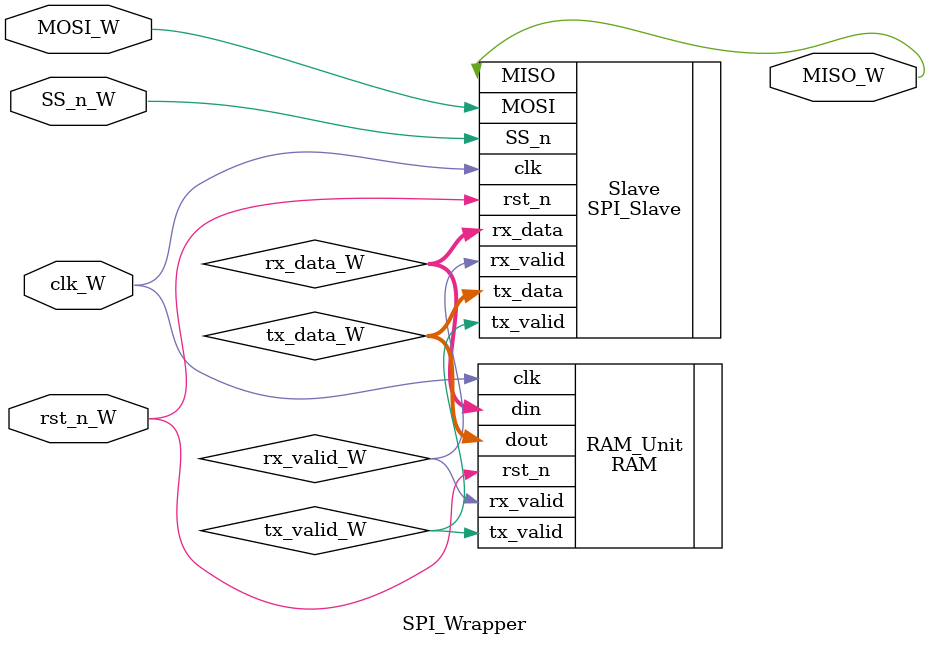
<source format=v>
module SPI_Wrapper(MOSI_W, SS_n_W, clk_W, rst_n_W, MISO_W);
parameter WIDTH = 8;
input MOSI_W, SS_n_W, clk_W, rst_n_W;
output MISO_W;

wire [WIDTH+1 : 0] rx_data_W; 
wire rx_valid_W, tx_valid_W;
wire [WIDTH-1 : 0] tx_data_W;


//Modules instantiations
SPI_Slave #(.ADDR_SIZE(WIDTH)) Slave(
    .MOSI(MOSI_W), .MISO(MISO_W), .SS_n(SS_n_W), .rx_data(rx_data_W), .rx_valid(rx_valid_W), 
    .tx_data(tx_data_W), .tx_valid(tx_valid_W), .clk(clk_W), .rst_n(rst_n_W)
);


RAM #(.ADDR_SIZE(WIDTH)) RAM_Unit(
    .din(rx_data_W), .rx_valid(rx_valid_W), .clk(clk_W), .rst_n(rst_n_W), .tx_valid(tx_valid_W), .dout(tx_data_W)
);

endmodule
</source>
